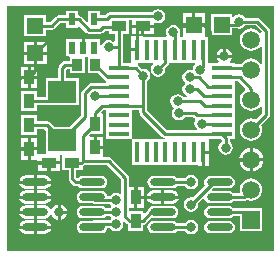
<source format=gtl>
G04 Layer_Physical_Order=1*
G04 Layer_Color=255*
%FSLAX44Y44*%
%MOMM*%
G71*
G01*
G75*
%ADD10R,1.4500X1.3500*%
%ADD11R,1.3500X1.4500*%
%ADD12R,0.6000X1.0000*%
%ADD13R,1.8000X0.4500*%
%ADD14R,0.4500X1.8000*%
%ADD15R,0.8890X1.0160*%
%ADD16R,0.9000X1.3000*%
%ADD17R,1.3000X0.9000*%
%ADD18O,2.2000X0.6000*%
%ADD19R,2.4000X1.9000*%
%ADD20C,0.2540*%
%ADD21C,1.5000*%
%ADD22R,1.5000X1.5000*%
%ADD23C,0.8000*%
G36*
X466063Y240187D02*
X240049D01*
Y447451D01*
X466063D01*
Y240187D01*
D02*
G37*
%LPC*%
G36*
X368300Y444957D02*
X365959Y444492D01*
X363974Y443165D01*
X363312Y442174D01*
X327361D01*
X326085Y441920D01*
X325004Y441197D01*
X323320Y439514D01*
X319300D01*
Y443180D01*
X309300D01*
Y434166D01*
X308127Y433680D01*
X303269Y438537D01*
X302188Y439260D01*
X300912Y439514D01*
X300300D01*
Y443180D01*
X290300D01*
Y439514D01*
X283780D01*
X282504Y439260D01*
X281422Y438537D01*
X277069Y434184D01*
X273410D01*
Y439600D01*
X254910D01*
Y422100D01*
X273410D01*
Y427516D01*
X278450D01*
X279726Y427770D01*
X280807Y428493D01*
X285161Y432846D01*
X290300D01*
Y429180D01*
X300300D01*
Y430417D01*
X301473Y430903D01*
X307364Y425013D01*
X308446Y424290D01*
X309722Y424036D01*
X318878D01*
X320154Y424290D01*
X321236Y425013D01*
X322939Y426716D01*
X326939D01*
Y424030D01*
X331625D01*
Y417879D01*
X331516Y417783D01*
X330355Y417317D01*
X328731Y418402D01*
X326390Y418867D01*
X324049Y418402D01*
X322064Y417076D01*
X320738Y415091D01*
X320570Y414246D01*
X319300Y414371D01*
Y419180D01*
X310340D01*
Y419720D01*
X306070D01*
Y412180D01*
X303530D01*
Y419720D01*
X299260D01*
Y419180D01*
X290300D01*
Y405180D01*
X292249D01*
X293275Y404590D01*
X293275Y403910D01*
Y400844D01*
X289560D01*
X288284Y400590D01*
X287202Y399868D01*
X284662Y397327D01*
X283940Y396246D01*
X283686Y394970D01*
Y386330D01*
X273020D01*
Y370524D01*
X265580D01*
Y375690D01*
X252580D01*
Y358690D01*
X265580D01*
Y363856D01*
X273020D01*
Y363330D01*
X301020D01*
Y386330D01*
X290354D01*
Y393589D01*
X290941Y394176D01*
X293275D01*
Y390430D01*
X306165D01*
X306165Y404432D01*
X307340Y404622D01*
X308515Y404432D01*
X308515Y403370D01*
Y390430D01*
X317325D01*
X323083Y384672D01*
X323959Y384086D01*
Y382364D01*
X311720D01*
X310444Y382110D01*
X309362Y381387D01*
X304293Y376317D01*
X303570Y375236D01*
X303316Y373960D01*
Y354841D01*
X293805Y345330D01*
X280235D01*
X276658Y348908D01*
X275576Y349630D01*
X274300Y349884D01*
X265580D01*
Y355050D01*
X252580D01*
Y338050D01*
X265580D01*
Y343216D01*
X271792D01*
X273020Y341988D01*
Y323270D01*
X273020Y322330D01*
X271887Y322000D01*
X266710Y322000D01*
X266120Y323026D01*
Y325280D01*
X260350D01*
Y317510D01*
X265440D01*
X266120Y317510D01*
X266710Y316484D01*
Y316230D01*
X275750D01*
X284790D01*
X284790Y322000D01*
X285923Y322330D01*
X286340D01*
X287250Y321460D01*
Y308460D01*
X292416D01*
Y301150D01*
X292670Y299874D01*
X293393Y298792D01*
X296092Y296092D01*
X297174Y295370D01*
X298450Y295116D01*
X300504D01*
X300685Y294845D01*
X302339Y293740D01*
X304290Y293352D01*
X320290D01*
X322241Y293740D01*
X323895Y294845D01*
X325000Y296499D01*
X325388Y298450D01*
X325000Y300401D01*
X323895Y302055D01*
X322241Y303160D01*
X320290Y303548D01*
X304290D01*
X302339Y303160D01*
X300685Y302055D01*
X299395Y302220D01*
X299084Y302531D01*
Y308460D01*
X304250D01*
Y311769D01*
X304806Y311880D01*
X305888Y312603D01*
X306181Y312896D01*
X325009D01*
X337216Y300689D01*
Y288963D01*
X335946Y288284D01*
X335081Y288862D01*
X332740Y289328D01*
X330399Y288862D01*
X328414Y287536D01*
X327752Y286544D01*
X325230D01*
X325000Y287701D01*
X323895Y289355D01*
X322241Y290460D01*
X320290Y290848D01*
X304290D01*
X302339Y290460D01*
X300685Y289355D01*
X299580Y287701D01*
X299192Y285750D01*
X299580Y283799D01*
X300685Y282145D01*
X302339Y281040D01*
X304290Y280652D01*
X312772D01*
X313554Y280130D01*
X314830Y279876D01*
X327752D01*
X328414Y278884D01*
X328593Y278765D01*
Y277495D01*
X328414Y277376D01*
X327752Y276384D01*
X324076D01*
X323895Y276655D01*
X322241Y277760D01*
X320290Y278148D01*
X304290D01*
X302339Y277760D01*
X300685Y276655D01*
X299580Y275001D01*
X299192Y273050D01*
X299580Y271099D01*
X300685Y269445D01*
X302339Y268340D01*
X304290Y267952D01*
X320290D01*
X322241Y268340D01*
X323895Y269445D01*
X324076Y269716D01*
X327752D01*
X328414Y268724D01*
X328593Y268605D01*
Y267335D01*
X328414Y267216D01*
X327752Y266224D01*
X314830D01*
X313554Y265970D01*
X312772Y265448D01*
X304290D01*
X302339Y265060D01*
X300685Y263955D01*
X299580Y262301D01*
X299192Y260350D01*
X299580Y258399D01*
X300685Y256745D01*
X302339Y255640D01*
X304290Y255252D01*
X320290D01*
X322241Y255640D01*
X323895Y256745D01*
X325000Y258399D01*
X325230Y259556D01*
X327752D01*
X328414Y258564D01*
X330399Y257238D01*
X332740Y256772D01*
X335081Y257238D01*
X337066Y258564D01*
X338392Y260549D01*
X338857Y262890D01*
X338476Y264808D01*
X339646Y265433D01*
X341847Y263232D01*
X342750Y262629D01*
Y257090D01*
X355750D01*
Y262387D01*
X356366Y262510D01*
X357448Y263232D01*
X362511Y268296D01*
X364240Y267952D01*
X380240D01*
X382191Y268340D01*
X383845Y269445D01*
X384950Y271099D01*
X385338Y273050D01*
X384950Y275001D01*
X383845Y276655D01*
X382191Y277760D01*
X380240Y278148D01*
X364240D01*
X362289Y277760D01*
X360635Y276655D01*
X359530Y275001D01*
X359467Y274682D01*
X356923Y272138D01*
X355750Y272624D01*
Y274090D01*
X343884D01*
Y276550D01*
X347980D01*
Y285590D01*
Y294630D01*
X343884D01*
Y302070D01*
X343630Y303346D01*
X342908Y304428D01*
X328747Y318588D01*
X327666Y319310D01*
X326390Y319564D01*
X322000D01*
Y326550D01*
X314960D01*
Y327820D01*
X313690D01*
Y336860D01*
X310374D01*
X309888Y338033D01*
X311175Y339320D01*
X321460D01*
Y356320D01*
X320784D01*
X320298Y357493D01*
X322501Y359696D01*
X323959D01*
Y350780D01*
Y342780D01*
Y334780D01*
X344857Y334780D01*
X344965Y334780D01*
X345063Y334775D01*
X346003Y334574D01*
X346205Y333633D01*
X346209Y333535D01*
X346209Y333427D01*
Y312530D01*
X401669D01*
Y311990D01*
X405189D01*
Y323530D01*
X406459D01*
Y324800D01*
X411249D01*
Y333920D01*
X411249Y334780D01*
X412109Y334780D01*
X421494D01*
X422116Y334158D01*
Y332648D01*
X421124Y331986D01*
X419798Y330001D01*
X419333Y327660D01*
X419798Y325319D01*
X421124Y323334D01*
X423109Y322008D01*
X425450Y321543D01*
X427791Y322008D01*
X429776Y323334D01*
X431102Y325319D01*
X431567Y327660D01*
X431102Y330001D01*
X429776Y331986D01*
X428784Y332648D01*
Y334780D01*
X432959D01*
Y342780D01*
Y350780D01*
Y358780D01*
Y366780D01*
Y374780D01*
Y383695D01*
X435819D01*
X441818Y377697D01*
X441611Y376108D01*
X440265Y375075D01*
X438742Y373091D01*
X437785Y370780D01*
X437458Y368300D01*
X437785Y365820D01*
X438742Y363509D01*
X440265Y361525D01*
X442249Y360002D01*
X444560Y359044D01*
X447040Y358718D01*
X449520Y359044D01*
X451831Y360002D01*
X453815Y361525D01*
X455136Y363245D01*
X456275Y362990D01*
X456406Y362917D01*
Y356981D01*
X450977Y351552D01*
X449520Y352155D01*
X447040Y352482D01*
X444560Y352155D01*
X442249Y351198D01*
X440265Y349675D01*
X438742Y347691D01*
X437785Y345380D01*
X437458Y342900D01*
X437785Y340420D01*
X438742Y338109D01*
X440265Y336124D01*
X442249Y334602D01*
X444560Y333644D01*
X447040Y333318D01*
X449520Y333644D01*
X451831Y334602D01*
X453815Y336124D01*
X455338Y338109D01*
X456296Y340420D01*
X456622Y342900D01*
X456296Y345380D01*
X455692Y346837D01*
X462098Y353242D01*
X462820Y354324D01*
X463074Y355600D01*
Y426720D01*
X462820Y427996D01*
X462098Y429077D01*
X454478Y436698D01*
X453396Y437420D01*
X452120Y437674D01*
X441868D01*
X441206Y438666D01*
X439221Y439992D01*
X436880Y440457D01*
X434539Y439992D01*
X432554Y438666D01*
X431980Y437806D01*
X430710Y438192D01*
Y441050D01*
X413210D01*
Y422550D01*
X430710D01*
Y428466D01*
X434340D01*
X434998Y428597D01*
X436880Y428223D01*
X439221Y428688D01*
X441206Y430014D01*
X441868Y431006D01*
X450739D01*
X456115Y425630D01*
X456115Y425625D01*
X456002Y425112D01*
X454635Y424808D01*
X453815Y425875D01*
X451831Y427398D01*
X449520Y428355D01*
X447040Y428682D01*
X444560Y428355D01*
X442249Y427398D01*
X440265Y425875D01*
X438742Y423891D01*
X437785Y421580D01*
X437458Y419100D01*
X437785Y416620D01*
X438742Y414309D01*
X440265Y412325D01*
X442249Y410802D01*
X444560Y409845D01*
X447040Y409518D01*
X449520Y409845D01*
X451831Y410802D01*
X453815Y412325D01*
X455136Y414045D01*
X456275Y413790D01*
X456406Y413717D01*
Y399083D01*
X456275Y399010D01*
X455136Y398755D01*
X453815Y400475D01*
X451831Y401998D01*
X449520Y402956D01*
X447040Y403282D01*
X444560Y402956D01*
X442249Y401998D01*
X440265Y400475D01*
X438742Y398491D01*
X438689Y398364D01*
X432959D01*
Y399280D01*
X429385D01*
X428975Y400178D01*
X428909Y400550D01*
X429893Y401832D01*
X430552Y403423D01*
X430609Y403860D01*
X417751D01*
X417808Y403423D01*
X418467Y401832D01*
X419451Y400550D01*
X419384Y400178D01*
X418975Y399280D01*
X411876D01*
X410915Y399486D01*
X410709Y400446D01*
Y421530D01*
X408821D01*
X407750Y422010D01*
X407750Y422800D01*
Y430530D01*
X398460D01*
Y431800D01*
D01*
Y430530D01*
X389170D01*
Y422800D01*
X389170Y422010D01*
X388099Y421530D01*
X387124D01*
X386445Y422800D01*
X386652Y423109D01*
X387118Y425450D01*
X386652Y427791D01*
X385326Y429776D01*
X383341Y431102D01*
X381000Y431567D01*
X378659Y431102D01*
X376674Y429776D01*
X375348Y427791D01*
X374883Y425450D01*
X375348Y423109D01*
X375655Y422650D01*
X375056Y421530D01*
X355249D01*
Y422070D01*
X351729D01*
Y410530D01*
X350459D01*
Y409260D01*
X345669D01*
Y399280D01*
X338293D01*
Y412540D01*
Y424030D01*
X343939D01*
Y435506D01*
X346399D01*
Y431800D01*
X355439D01*
X364479D01*
Y432829D01*
X365599Y433428D01*
X365959Y433188D01*
X368300Y432722D01*
X370641Y433188D01*
X372626Y434514D01*
X373952Y436498D01*
X374417Y438840D01*
X373952Y441181D01*
X372626Y443165D01*
X370641Y444492D01*
X368300Y444957D01*
D02*
G37*
G36*
X407750Y441590D02*
X399730D01*
Y433070D01*
X407750D01*
Y441590D01*
D02*
G37*
G36*
X397190D02*
X389170D01*
Y433070D01*
X397190D01*
Y441590D01*
D02*
G37*
G36*
X364479Y429260D02*
X356709D01*
Y423490D01*
X364479D01*
Y429260D01*
D02*
G37*
G36*
X354169D02*
X346399D01*
Y423490D01*
X354169D01*
Y429260D01*
D02*
G37*
G36*
X349189Y422070D02*
X345669D01*
Y411800D01*
X349189D01*
Y422070D01*
D02*
G37*
G36*
X273950Y416640D02*
X265430D01*
Y408620D01*
X273950D01*
Y416640D01*
D02*
G37*
G36*
X262890D02*
X254370D01*
Y408620D01*
X262890D01*
Y416640D01*
D02*
G37*
G36*
X425450Y411559D02*
Y406400D01*
X430609D01*
X430552Y406837D01*
X429893Y408428D01*
X428844Y409794D01*
X427478Y410843D01*
X425887Y411502D01*
X425450Y411559D01*
D02*
G37*
G36*
X422910D02*
X422473Y411502D01*
X420882Y410843D01*
X419516Y409794D01*
X418467Y408428D01*
X417808Y406837D01*
X417751Y406400D01*
X422910D01*
Y411559D01*
D02*
G37*
G36*
X273950Y406080D02*
X265430D01*
Y398060D01*
X273950D01*
Y406080D01*
D02*
G37*
G36*
X262890D02*
X254370D01*
Y398060D01*
X262890D01*
Y406080D01*
D02*
G37*
G36*
X266120Y396230D02*
X260350D01*
Y388460D01*
X266120D01*
Y396230D01*
D02*
G37*
G36*
X257810D02*
X252040D01*
Y388460D01*
X257810D01*
Y396230D01*
D02*
G37*
G36*
X266120Y385920D02*
X260350D01*
Y378150D01*
X266120D01*
Y385920D01*
D02*
G37*
G36*
X257810D02*
X252040D01*
Y378150D01*
X257810D01*
Y385920D01*
D02*
G37*
G36*
X322000Y336860D02*
X316230D01*
Y329090D01*
X322000D01*
Y336860D01*
D02*
G37*
G36*
X266120Y335590D02*
X260350D01*
Y327820D01*
X266120D01*
Y335590D01*
D02*
G37*
G36*
X257810D02*
X252040D01*
Y327820D01*
X257810D01*
Y335590D01*
D02*
G37*
G36*
X448310Y327459D02*
Y318770D01*
X456999D01*
X456822Y320121D01*
X455810Y322563D01*
X454201Y324661D01*
X452103Y326270D01*
X449661Y327282D01*
X448310Y327459D01*
D02*
G37*
G36*
X445770D02*
X444419Y327282D01*
X441977Y326270D01*
X439879Y324661D01*
X438270Y322563D01*
X437258Y320121D01*
X437081Y318770D01*
X445770D01*
Y327459D01*
D02*
G37*
G36*
X257810Y325280D02*
X252040D01*
Y317510D01*
X257810D01*
Y325280D01*
D02*
G37*
G36*
X411249Y322260D02*
X407729D01*
Y311990D01*
X411249D01*
Y322260D01*
D02*
G37*
G36*
X284790Y313690D02*
X277020D01*
Y307920D01*
X284790D01*
Y313690D01*
D02*
G37*
G36*
X274480D02*
X266710D01*
Y307920D01*
X274480D01*
Y313690D01*
D02*
G37*
G36*
X456999Y316230D02*
X448310D01*
Y307541D01*
X449661Y307718D01*
X452103Y308730D01*
X454201Y310339D01*
X455810Y312437D01*
X456822Y314879D01*
X456999Y316230D01*
D02*
G37*
G36*
X445770D02*
X437081D01*
X437258Y314879D01*
X438270Y312437D01*
X439879Y310339D01*
X441977Y308730D01*
X444419Y307718D01*
X445770Y307541D01*
Y316230D01*
D02*
G37*
G36*
X396240Y304568D02*
X393899Y304102D01*
X391914Y302776D01*
X391252Y301784D01*
X384026D01*
X383845Y302055D01*
X382191Y303160D01*
X380240Y303548D01*
X364240D01*
X362289Y303160D01*
X360635Y302055D01*
X359530Y300401D01*
X359142Y298450D01*
X359530Y296499D01*
X360635Y294845D01*
X362289Y293740D01*
X364240Y293352D01*
X380240D01*
X382191Y293740D01*
X383845Y294845D01*
X384026Y295116D01*
X391252D01*
X391914Y294124D01*
X393899Y292798D01*
X396240Y292332D01*
X398581Y292798D01*
X400566Y294124D01*
X401892Y296109D01*
X402357Y298450D01*
X401892Y300791D01*
X400566Y302776D01*
X398581Y304102D01*
X396240Y304568D01*
D02*
G37*
G36*
X272290Y304098D02*
X265560D01*
Y299720D01*
X277686D01*
X277509Y300612D01*
X276284Y302444D01*
X274452Y303669D01*
X272290Y304098D01*
D02*
G37*
G36*
X263020D02*
X256290D01*
X254128Y303669D01*
X252296Y302444D01*
X251071Y300612D01*
X250894Y299720D01*
X263020D01*
Y304098D01*
D02*
G37*
G36*
X277686Y297180D02*
X265560D01*
Y292801D01*
X272290D01*
X274452Y293231D01*
X276284Y294456D01*
X277509Y296288D01*
X277686Y297180D01*
D02*
G37*
G36*
X263020D02*
X250894D01*
X251071Y296288D01*
X252296Y294456D01*
X254128Y293231D01*
X256290Y292801D01*
X263020D01*
Y297180D01*
D02*
G37*
G36*
X380240Y291399D02*
X373510D01*
Y287020D01*
X385636D01*
X385459Y287912D01*
X384234Y289744D01*
X382402Y290969D01*
X380240Y291399D01*
D02*
G37*
G36*
X272290D02*
X265560D01*
Y287020D01*
X277686D01*
X277509Y287912D01*
X276284Y289744D01*
X274452Y290969D01*
X272290Y291399D01*
D02*
G37*
G36*
X370970D02*
X364240D01*
X362078Y290969D01*
X360246Y289744D01*
X359021Y287912D01*
X358844Y287020D01*
X370970D01*
Y291399D01*
D02*
G37*
G36*
X263020D02*
X256290D01*
X254128Y290969D01*
X252296Y289744D01*
X251071Y287912D01*
X250894Y287020D01*
X263020D01*
Y291399D01*
D02*
G37*
G36*
X356290Y294630D02*
X350520D01*
Y286860D01*
X356290D01*
Y294630D01*
D02*
G37*
G36*
X428240Y303548D02*
X412240D01*
X410289Y303160D01*
X408635Y302055D01*
X407530Y300401D01*
X407142Y298450D01*
X407530Y296499D01*
X407968Y295843D01*
X397410Y285285D01*
X396240Y285518D01*
X393899Y285052D01*
X391914Y283726D01*
X390588Y281741D01*
X390122Y279400D01*
X390588Y277059D01*
X391914Y275074D01*
X393899Y273748D01*
X396240Y273283D01*
X398581Y273748D01*
X400566Y275074D01*
X401892Y277059D01*
X402357Y279400D01*
X402125Y280570D01*
X406217Y284662D01*
X407432Y284293D01*
X407530Y283799D01*
X408635Y282145D01*
X410289Y281040D01*
X412240Y280652D01*
X428240D01*
X430191Y281040D01*
X431845Y282145D01*
X432026Y282416D01*
X440690D01*
X441966Y282670D01*
X443047Y283393D01*
X443103Y283448D01*
X444560Y282845D01*
X447040Y282518D01*
X449520Y282845D01*
X451831Y283802D01*
X453815Y285324D01*
X455338Y287309D01*
X456296Y289620D01*
X456622Y292100D01*
X456296Y294580D01*
X455338Y296891D01*
X453815Y298875D01*
X451831Y300398D01*
X449520Y301355D01*
X447040Y301682D01*
X444560Y301355D01*
X442249Y300398D01*
X440265Y298875D01*
X438742Y296891D01*
X437785Y294580D01*
X437458Y292100D01*
X437688Y290354D01*
X436739Y289084D01*
X432026D01*
X431845Y289355D01*
X430191Y290460D01*
X428240Y290848D01*
X414062D01*
X413576Y292021D01*
X414907Y293352D01*
X428240D01*
X430191Y293740D01*
X431845Y294845D01*
X432950Y296499D01*
X433338Y298450D01*
X432950Y300401D01*
X431845Y302055D01*
X430191Y303160D01*
X428240Y303548D01*
D02*
G37*
G36*
X385636Y284480D02*
X373510D01*
Y280102D01*
X380240D01*
X382402Y280531D01*
X384234Y281756D01*
X385459Y283588D01*
X385636Y284480D01*
D02*
G37*
G36*
X370970D02*
X358844D01*
X359021Y283588D01*
X360246Y281756D01*
X362078Y280531D01*
X364240Y280102D01*
X370970D01*
Y284480D01*
D02*
G37*
G36*
X277686D02*
X265560D01*
Y280102D01*
X272290D01*
X274452Y280531D01*
X276284Y281756D01*
X277509Y283588D01*
X277686Y284480D01*
D02*
G37*
G36*
X263020D02*
X250894D01*
X251071Y283588D01*
X252296Y281756D01*
X254128Y280531D01*
X256290Y280102D01*
X263020D01*
Y284480D01*
D02*
G37*
G36*
X356290Y284320D02*
X350520D01*
Y276550D01*
X356290D01*
Y284320D01*
D02*
G37*
G36*
X283210Y279479D02*
X282773Y279422D01*
X281182Y278763D01*
X279816Y277714D01*
X278767Y276348D01*
X278572Y275878D01*
X277146Y275754D01*
X276284Y277044D01*
X274452Y278269D01*
X272290Y278699D01*
X265560D01*
Y273050D01*
Y267402D01*
X272290D01*
X274452Y267831D01*
X276284Y269056D01*
X277146Y270346D01*
X278572Y270222D01*
X278767Y269752D01*
X279816Y268386D01*
X281182Y267337D01*
X282773Y266678D01*
X283210Y266621D01*
Y273050D01*
Y279479D01*
D02*
G37*
G36*
X285750D02*
Y274320D01*
X290909D01*
X290852Y274757D01*
X290193Y276348D01*
X289144Y277714D01*
X287778Y278763D01*
X286187Y279422D01*
X285750Y279479D01*
D02*
G37*
G36*
X263020Y278699D02*
X256290D01*
X254128Y278269D01*
X252296Y277044D01*
X251071Y275212D01*
X250894Y274320D01*
X263020D01*
Y278699D01*
D02*
G37*
G36*
Y271780D02*
X250894D01*
X251071Y270888D01*
X252296Y269056D01*
X254128Y267831D01*
X256290Y267402D01*
X263020D01*
Y271780D01*
D02*
G37*
G36*
X290909D02*
X285750D01*
Y266621D01*
X286187Y266678D01*
X287778Y267337D01*
X289144Y268386D01*
X290193Y269752D01*
X290852Y271343D01*
X290909Y271780D01*
D02*
G37*
G36*
X396240Y266467D02*
X393899Y266002D01*
X391914Y264676D01*
X391252Y263684D01*
X384026D01*
X383845Y263955D01*
X382191Y265060D01*
X380240Y265448D01*
X364240D01*
X362289Y265060D01*
X360635Y263955D01*
X359530Y262301D01*
X359142Y260350D01*
X359530Y258399D01*
X360635Y256745D01*
X362289Y255640D01*
X364240Y255252D01*
X380240D01*
X382191Y255640D01*
X383845Y256745D01*
X384026Y257016D01*
X391252D01*
X391914Y256024D01*
X393899Y254698D01*
X396240Y254233D01*
X398581Y254698D01*
X400566Y256024D01*
X401892Y258009D01*
X402357Y260350D01*
X401892Y262691D01*
X400566Y264676D01*
X398581Y266002D01*
X396240Y266467D01*
D02*
G37*
G36*
X272290Y265998D02*
X265560D01*
Y261620D01*
X277686D01*
X277509Y262512D01*
X276284Y264344D01*
X274452Y265569D01*
X272290Y265998D01*
D02*
G37*
G36*
X263020D02*
X256290D01*
X254128Y265569D01*
X252296Y264344D01*
X251071Y262512D01*
X250894Y261620D01*
X263020D01*
Y265998D01*
D02*
G37*
G36*
X428240Y278148D02*
X412240D01*
X410289Y277760D01*
X408635Y276655D01*
X407530Y275001D01*
X407142Y273050D01*
X407530Y271099D01*
X408635Y269445D01*
X410289Y268340D01*
X412240Y267952D01*
X428240D01*
X430191Y268340D01*
X431845Y269445D01*
X432026Y269716D01*
X437540D01*
Y257200D01*
X456540D01*
Y276200D01*
X447965D01*
X447040Y276384D01*
X432026D01*
X431845Y276655D01*
X430191Y277760D01*
X428240Y278148D01*
D02*
G37*
G36*
Y265448D02*
X412240D01*
X410289Y265060D01*
X408635Y263955D01*
X407530Y262301D01*
X407142Y260350D01*
X407530Y258399D01*
X408635Y256745D01*
X410289Y255640D01*
X412240Y255252D01*
X428240D01*
X430191Y255640D01*
X431845Y256745D01*
X432950Y258399D01*
X433338Y260350D01*
X432950Y262301D01*
X431845Y263955D01*
X430191Y265060D01*
X428240Y265448D01*
D02*
G37*
G36*
X277686Y259080D02*
X265560D01*
Y254701D01*
X272290D01*
X274452Y255131D01*
X276284Y256356D01*
X277509Y258188D01*
X277686Y259080D01*
D02*
G37*
G36*
X263020D02*
X250894D01*
X251071Y258188D01*
X252296Y256356D01*
X254128Y255131D01*
X256290Y254701D01*
X263020D01*
Y259080D01*
D02*
G37*
%LPD*%
G36*
X399884Y398260D02*
X399534Y398026D01*
X398208Y396041D01*
X397821Y394096D01*
X397607Y393637D01*
X396557Y393151D01*
X394969Y393467D01*
X392628Y393002D01*
X390644Y391675D01*
X389317Y389691D01*
X388852Y387350D01*
X389317Y385009D01*
X390644Y383024D01*
X390822Y382905D01*
Y381634D01*
X390644Y381516D01*
X389318Y379531D01*
X388853Y377190D01*
X389318Y374849D01*
X390644Y372864D01*
X392629Y371538D01*
X392951Y371474D01*
X392826Y370204D01*
X389716D01*
X389053Y371196D01*
X387068Y372522D01*
X384727Y372988D01*
X382386Y372522D01*
X380402Y371196D01*
X379076Y369211D01*
X378610Y366870D01*
X379076Y364529D01*
X380402Y362544D01*
X381031Y362124D01*
X381311Y360532D01*
X380428Y359211D01*
X379963Y356870D01*
X380428Y354529D01*
X381754Y352544D01*
X383739Y351218D01*
X386080Y350752D01*
X388421Y351218D01*
X390406Y352544D01*
X391068Y353536D01*
X397796D01*
X398660Y352672D01*
X399256Y352274D01*
X399764Y350749D01*
X399478Y350321D01*
X399012Y347980D01*
X399478Y345639D01*
X400804Y343654D01*
X400917Y343579D01*
X400548Y342364D01*
X398334D01*
X397681Y342234D01*
X392258D01*
X391604Y342364D01*
X375710D01*
X358933Y359141D01*
Y363026D01*
X358934Y363030D01*
X358933Y363034D01*
Y383631D01*
X359925Y384294D01*
X361251Y386278D01*
X361717Y388620D01*
X361251Y390961D01*
X359925Y392945D01*
X357940Y394272D01*
X355599Y394737D01*
X354429Y394505D01*
X351547Y397387D01*
X351049Y397720D01*
X351434Y398990D01*
X355249D01*
Y399530D01*
X363939D01*
X364324Y398260D01*
X363974Y398026D01*
X362648Y396041D01*
X362183Y393700D01*
X362648Y391359D01*
X363974Y389374D01*
X365959Y388048D01*
X368300Y387583D01*
X370641Y388048D01*
X372626Y389374D01*
X373952Y391359D01*
X374417Y393700D01*
X374185Y394870D01*
X376817Y397502D01*
X377539Y398583D01*
X377728Y399530D01*
X399499D01*
X399884Y398260D01*
D02*
G37*
G36*
X352265Y357760D02*
X352519Y356484D01*
X353242Y355402D01*
X371972Y336672D01*
X373053Y335949D01*
X373806Y335800D01*
X373681Y334530D01*
X347312Y334530D01*
X347204Y334530D01*
X347106Y334534D01*
X346165Y334736D01*
X345964Y335676D01*
X345959Y335774D01*
X345959Y335882D01*
Y342780D01*
Y350780D01*
Y359696D01*
X352265D01*
Y357760D01*
D02*
G37*
D10*
X264160Y430850D02*
D03*
Y407350D02*
D03*
D11*
X421960Y431800D02*
D03*
X398460D02*
D03*
D12*
X295300Y436180D02*
D03*
X314300D02*
D03*
Y412180D02*
D03*
X304800D02*
D03*
X295300D02*
D03*
D13*
X334959Y395030D02*
D03*
Y387030D02*
D03*
Y379030D02*
D03*
Y371030D02*
D03*
Y363030D02*
D03*
Y355030D02*
D03*
Y347030D02*
D03*
Y339030D02*
D03*
X421959D02*
D03*
Y347030D02*
D03*
Y355030D02*
D03*
Y363030D02*
D03*
Y371030D02*
D03*
Y379030D02*
D03*
Y387030D02*
D03*
Y395030D02*
D03*
D14*
X350459Y323530D02*
D03*
X358459D02*
D03*
X366459D02*
D03*
X374459D02*
D03*
X382459D02*
D03*
X390459D02*
D03*
X398459D02*
D03*
X406459D02*
D03*
Y410530D02*
D03*
X398459D02*
D03*
X390459D02*
D03*
X382459D02*
D03*
X374459D02*
D03*
X366459D02*
D03*
X358459D02*
D03*
X350459D02*
D03*
D15*
X299720Y397510D02*
D03*
X314960D02*
D03*
D16*
X259080Y346550D02*
D03*
Y326550D02*
D03*
Y367190D02*
D03*
Y387190D02*
D03*
X349250Y265590D02*
D03*
Y285590D02*
D03*
X314960Y347820D02*
D03*
Y327820D02*
D03*
D17*
X275750Y314960D02*
D03*
X295750D02*
D03*
X335439Y430530D02*
D03*
X355439D02*
D03*
D18*
X312290Y260350D02*
D03*
Y273050D02*
D03*
Y285750D02*
D03*
Y298450D02*
D03*
X264290Y260350D02*
D03*
Y273050D02*
D03*
Y285750D02*
D03*
Y298450D02*
D03*
X420240Y260350D02*
D03*
Y273050D02*
D03*
Y285750D02*
D03*
Y298450D02*
D03*
X372240Y260350D02*
D03*
Y273050D02*
D03*
Y285750D02*
D03*
Y298450D02*
D03*
D19*
X287020Y333830D02*
D03*
Y374830D02*
D03*
D20*
X406459Y396299D02*
Y410530D01*
X418150Y431800D02*
X434340D01*
X436880Y434340D01*
X459740Y355600D02*
Y426720D01*
X452120Y434340D02*
X459740Y426720D01*
X436880Y434340D02*
X452120D01*
X424180Y405130D02*
Y416560D01*
X419460Y421280D02*
X424180Y416560D01*
X447040Y368300D02*
Y377190D01*
X437200Y387030D02*
X447040Y377190D01*
X421959Y387030D02*
X437200D01*
X445710Y395030D02*
X447040Y393700D01*
X421959Y395030D02*
X445710D01*
X447040Y342900D02*
X459740Y355600D01*
X403859Y367030D02*
X407859Y363030D01*
X421959Y339030D02*
X425450Y335539D01*
Y327660D02*
Y335539D01*
X420370Y317500D02*
X447040D01*
X414340Y323530D02*
X420370Y317500D01*
X406459Y323530D02*
X414340D01*
X355599Y357760D02*
Y388620D01*
X334959Y412540D02*
Y430050D01*
Y395030D02*
Y412540D01*
X334749Y412750D02*
X334959Y412540D01*
X326390Y412750D02*
X334749D01*
X372240Y298450D02*
X396240D01*
X264290Y285750D02*
Y298450D01*
Y273050D02*
Y285750D01*
Y260350D02*
Y273050D01*
X400883Y377190D02*
X407043Y371030D01*
X398204Y338900D02*
X398334Y339030D01*
X391734Y338900D02*
X398204D01*
X391604Y339030D02*
X391734Y338900D01*
X374329Y339030D02*
X391604D01*
X355599Y357760D02*
X374329Y339030D01*
X362550Y273050D02*
X372240D01*
X355090Y265590D02*
X362550Y273050D01*
X349250Y265590D02*
X355090D01*
X340550Y269245D02*
X344205Y265590D01*
X349250D01*
X340550Y269245D02*
Y302070D01*
X326390Y316230D02*
X340550Y302070D01*
X304800Y316230D02*
X326390D01*
X312290Y273050D02*
X332740D01*
X298450Y298450D02*
X312290D01*
X295750Y301150D02*
X298450Y298450D01*
X295750Y301150D02*
Y314960D01*
X284480Y262890D02*
Y273050D01*
X281940Y260350D02*
X284480Y262890D01*
X264290Y260350D02*
X281940D01*
X275590Y307340D02*
X284480Y298450D01*
Y273050D02*
Y298450D01*
X324701Y436180D02*
X327361Y438840D01*
X314300Y436180D02*
X324701D01*
X355439Y430530D02*
X375798D01*
X321558Y430050D02*
X334959D01*
X318878Y427370D02*
X321558Y430050D01*
X309722Y427370D02*
X318878D01*
X300912Y436180D02*
X309722Y427370D01*
X295300Y436180D02*
X300912D01*
X314960Y397510D02*
X325440Y387030D01*
X334959D01*
X314960Y356870D02*
X321120Y363030D01*
X334959D01*
X326228Y327820D02*
X345439Y308610D01*
X314960Y327820D02*
X326228D01*
X259080Y387190D02*
X264160Y392270D01*
Y407350D01*
X282260Y425450D01*
X302260D01*
X304800Y422910D01*
Y412180D02*
Y422910D01*
X283780Y436180D02*
X295300D01*
X278450Y430850D02*
X283780Y436180D01*
X264160Y430850D02*
X278450D01*
X279380Y367190D02*
X287020Y374830D01*
X259080Y367190D02*
X279380D01*
X274300Y346550D02*
X287020Y333830D01*
X259080Y346550D02*
X274300D01*
X260350Y314960D02*
X275750D01*
X259080Y316230D02*
X260350Y314960D01*
X259080Y316230D02*
Y326550D01*
X334643Y378714D02*
X334959Y379030D01*
X287020Y333830D02*
X306650Y353460D01*
X287020Y374830D02*
Y394970D01*
X289560Y397510D01*
X299720D01*
X304800Y316230D02*
Y337660D01*
X295750Y314960D02*
X303530D01*
X304800Y316230D01*
X314960Y347820D02*
Y356870D01*
X398334Y339030D02*
X421959D01*
X334959Y363030D02*
X355600D01*
X349189Y395030D02*
X355599Y388620D01*
X334959Y395030D02*
X349189D01*
X351789Y430530D02*
X355439D01*
X350459Y429200D02*
X351789Y430530D01*
X350459Y410530D02*
Y429200D01*
X406459Y311210D02*
Y323530D01*
X403859Y308610D02*
X406459Y311210D01*
X349250Y285590D02*
X349410Y285750D01*
X372240D01*
X447040Y266700D02*
Y273050D01*
X440690Y285750D02*
X447040Y292100D01*
X420240Y285750D02*
X440690D01*
X372240Y260350D02*
X396240D01*
X410909Y379030D02*
X421959D01*
X407043Y371030D02*
X421959D01*
X407859Y363030D02*
X421959D01*
X304800Y337660D02*
X314960Y347820D01*
X252570Y387190D02*
X259080D01*
X252570Y326550D02*
X259080D01*
X248920Y330200D02*
X252570Y326550D01*
X248920Y330200D02*
Y383540D01*
X252570Y387190D01*
X345439Y308610D02*
X403859D01*
X349250Y285590D02*
Y308610D01*
X275590Y314800D02*
X275750Y314960D01*
X275590Y307340D02*
Y314800D01*
X415290Y298450D02*
X420240D01*
X396240Y279400D02*
X415290Y298450D01*
X420240Y273050D02*
X447040D01*
X382459Y410530D02*
Y423991D01*
X381000Y425450D02*
X382459Y423991D01*
X374459Y399859D02*
Y410530D01*
X368300Y393700D02*
X374459Y399859D01*
X306650Y353460D02*
Y373960D01*
X311720Y379030D01*
X334959D01*
X314770Y371030D02*
X334959D01*
X403860Y393700D02*
X406459Y396299D01*
X394970Y377190D02*
X400883D01*
X394969Y387350D02*
X402589D01*
X410909Y379030D01*
X386080Y356870D02*
X399177D01*
X401018Y355030D01*
X421009Y347980D02*
X421959Y347030D01*
X405130Y347980D02*
X421009D01*
X401018Y355030D02*
X401898D01*
X402119Y355250D01*
X421739D02*
X421959Y355030D01*
X402119Y355250D02*
X421739D01*
X403699Y366870D02*
X403859Y367030D01*
X384727Y366870D02*
X403699D01*
X312290Y285750D02*
X314830Y283210D01*
X332740D01*
X312290Y260350D02*
X314830Y262890D01*
X332740D01*
X327361Y438840D02*
X368300D01*
X413856Y421280D02*
X419460D01*
X411940Y423195D02*
X413856Y421280D01*
X411940Y423195D02*
Y426260D01*
X406400Y431800D02*
X411940Y426260D01*
X398460Y431800D02*
X406400D01*
X375798Y430530D02*
X377989Y432720D01*
X384011D01*
X386202Y430530D01*
X397190D01*
X398460Y431800D01*
D21*
X447040Y419100D02*
D03*
Y393700D02*
D03*
Y368300D02*
D03*
Y342900D02*
D03*
Y292100D02*
D03*
Y317500D02*
D03*
D22*
Y266700D02*
D03*
D23*
X436880Y434340D02*
D03*
X386080Y356870D02*
D03*
X424180Y405130D02*
D03*
X425450Y327660D02*
D03*
X355599Y388620D02*
D03*
X326390Y412750D02*
D03*
X396240Y298450D02*
D03*
X332740Y273050D02*
D03*
X284480D02*
D03*
X396240Y260350D02*
D03*
Y279400D02*
D03*
X381000Y425450D02*
D03*
X368300Y393700D02*
D03*
X314770Y371030D02*
D03*
X403860Y393700D02*
D03*
X394970Y377190D02*
D03*
X394969Y387350D02*
D03*
X405130Y347980D02*
D03*
X384727Y366870D02*
D03*
X332740Y283210D02*
D03*
Y262890D02*
D03*
X368300Y438840D02*
D03*
M02*

</source>
